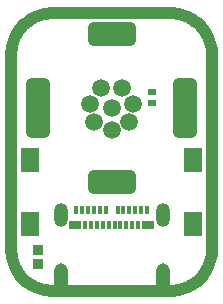
<source format=gts>
G04*
G04 #@! TF.GenerationSoftware,Altium Limited,Altium Designer,22.7.1 (60)*
G04*
G04 Layer_Color=8388736*
%FSLAX44Y44*%
%MOMM*%
G71*
G04*
G04 #@! TF.SameCoordinates,97EA9571-4948-4CBB-981D-70F8AE3DB673*
G04*
G04*
G04 #@! TF.FilePolarity,Negative*
G04*
G01*
G75*
%ADD17C,1.0000*%
%ADD18R,0.6516X0.5516*%
%ADD19R,0.9016X0.9016*%
%ADD20R,1.6016X2.1016*%
%ADD21R,0.4000X0.8000*%
%ADD22R,1.1000X0.8000*%
G04:AMPARAMS|DCode=23|XSize=5.1mm|YSize=2.1mm|CornerRadius=0.55mm|HoleSize=0mm|Usage=FLASHONLY|Rotation=270.000|XOffset=0mm|YOffset=0mm|HoleType=Round|Shape=RoundedRectangle|*
%AMROUNDEDRECTD23*
21,1,5.1000,1.0000,0,0,270.0*
21,1,4.0000,2.1000,0,0,270.0*
1,1,1.1000,-0.5000,-2.0000*
1,1,1.1000,-0.5000,2.0000*
1,1,1.1000,0.5000,2.0000*
1,1,1.1000,0.5000,-2.0000*
%
%ADD23ROUNDEDRECTD23*%
G04:AMPARAMS|DCode=24|XSize=4.1mm|YSize=2.1mm|CornerRadius=0.55mm|HoleSize=0mm|Usage=FLASHONLY|Rotation=0.000|XOffset=0mm|YOffset=0mm|HoleType=Round|Shape=RoundedRectangle|*
%AMROUNDEDRECTD24*
21,1,4.1000,1.0000,0,0,0.0*
21,1,3.0000,2.1000,0,0,0.0*
1,1,1.1000,1.5000,-0.5000*
1,1,1.1000,-1.5000,-0.5000*
1,1,1.1000,-1.5000,0.5000*
1,1,1.1000,1.5000,0.5000*
%
%ADD24ROUNDEDRECTD24*%
%ADD25C,1.5000*%
%ADD26O,1.2000X2.0000*%
%ADD27O,1.2000X2.5000*%
D17*
X50000Y-154995D02*
X52497Y-154906D01*
X54981Y-154639D01*
X57440Y-154195D01*
X59861Y-153577D01*
X62231Y-152788D01*
X64539Y-151832D01*
X66774Y-150714D01*
X68922Y-149439D01*
X70975Y-148014D01*
X72920Y-146446D01*
X74749Y-144744D01*
X76451Y-142915D01*
X78019Y-140970D01*
X79444Y-138918D01*
X80719Y-136769D01*
X81837Y-134535D01*
X82793Y-132226D01*
X83582Y-129856D01*
X84200Y-127435D01*
X84644Y-124976D01*
X84911Y-122492D01*
X85000Y-119995D01*
X-85000D02*
X-84911Y-122492D01*
X-84644Y-124976D01*
X-84200Y-127435D01*
X-83582Y-129856D01*
X-82793Y-132226D01*
X-81837Y-134535D01*
X-80719Y-136769D01*
X-79444Y-138918D01*
X-78019Y-140970D01*
X-76451Y-142915D01*
X-74749Y-144744D01*
X-72920Y-146447D01*
X-70975Y-148014D01*
X-68922Y-149439D01*
X-66774Y-150714D01*
X-64539Y-151832D01*
X-62231Y-152788D01*
X-59861Y-153577D01*
X-57440Y-154195D01*
X-54981Y-154639D01*
X-52497Y-154906D01*
X-50000Y-154995D01*
X-49995Y80000D02*
X-52492Y79911D01*
X-54976Y79644D01*
X-57435Y79200D01*
X-59856Y78582D01*
X-62227Y77793D01*
X-64535Y76837D01*
X-66769Y75719D01*
X-68918Y74444D01*
X-70970Y73019D01*
X-72915Y71451D01*
X-74744Y69749D01*
X-76446Y67920D01*
X-78014Y65975D01*
X-79439Y63922D01*
X-80714Y61774D01*
X-81832Y59539D01*
X-82788Y57231D01*
X-83577Y54861D01*
X-84195Y52440D01*
X-84639Y49981D01*
X-84906Y47497D01*
X-84995Y45000D01*
X84995D02*
X84906Y47497D01*
X84639Y49981D01*
X84195Y52440D01*
X83577Y54861D01*
X82788Y57231D01*
X81832Y59539D01*
X80714Y61774D01*
X79439Y63923D01*
X78014Y65975D01*
X76446Y67920D01*
X74744Y69749D01*
X72915Y71451D01*
X70970Y73019D01*
X68918Y74444D01*
X66769Y75719D01*
X64535Y76837D01*
X62226Y77793D01*
X59856Y78582D01*
X57435Y79200D01*
X54976Y79644D01*
X52492Y79911D01*
X49995Y80000D01*
X-50000Y-155000D02*
X50000D01*
X-85000Y-119995D02*
Y45000D01*
X-50000Y80000D02*
X50000D01*
X85000Y-119995D02*
Y45000D01*
D18*
X34250Y13000D02*
D03*
Y4000D02*
D03*
D19*
X-62500Y-120000D02*
D03*
Y-132500D02*
D03*
D20*
X-69000Y-44500D02*
D03*
Y-98500D02*
D03*
X69000D02*
D03*
Y-44500D02*
D03*
D21*
X22500Y-99500D02*
D03*
X17500D02*
D03*
X-30000Y-86500D02*
D03*
X-25000D02*
D03*
X-20000D02*
D03*
X-15000D02*
D03*
X-10000D02*
D03*
X-5000D02*
D03*
X5000D02*
D03*
X10000D02*
D03*
X15000D02*
D03*
X20000D02*
D03*
X25000Y-86500D02*
D03*
X30000Y-86500D02*
D03*
X12500Y-99500D02*
D03*
X7500D02*
D03*
X2500D02*
D03*
X-2500D02*
D03*
X-7500D02*
D03*
X-12500D02*
D03*
X-17500D02*
D03*
X-22500D02*
D03*
D22*
X31000D02*
D03*
X-31000D02*
D03*
D23*
X-62500Y0D02*
D03*
X62500D02*
D03*
D24*
X0Y-62500D02*
D03*
Y62500D02*
D03*
D25*
X18500Y3500D02*
D03*
X14500Y-12000D02*
D03*
X0Y0D02*
D03*
Y-18500D02*
D03*
X-14500Y-12000D02*
D03*
X-18500Y3500D02*
D03*
X-9000Y16500D02*
D03*
X9000D02*
D03*
D26*
X-43200Y-90600D02*
D03*
X43200D02*
D03*
D27*
X-43200Y-144200D02*
D03*
X43200D02*
D03*
M02*

</source>
